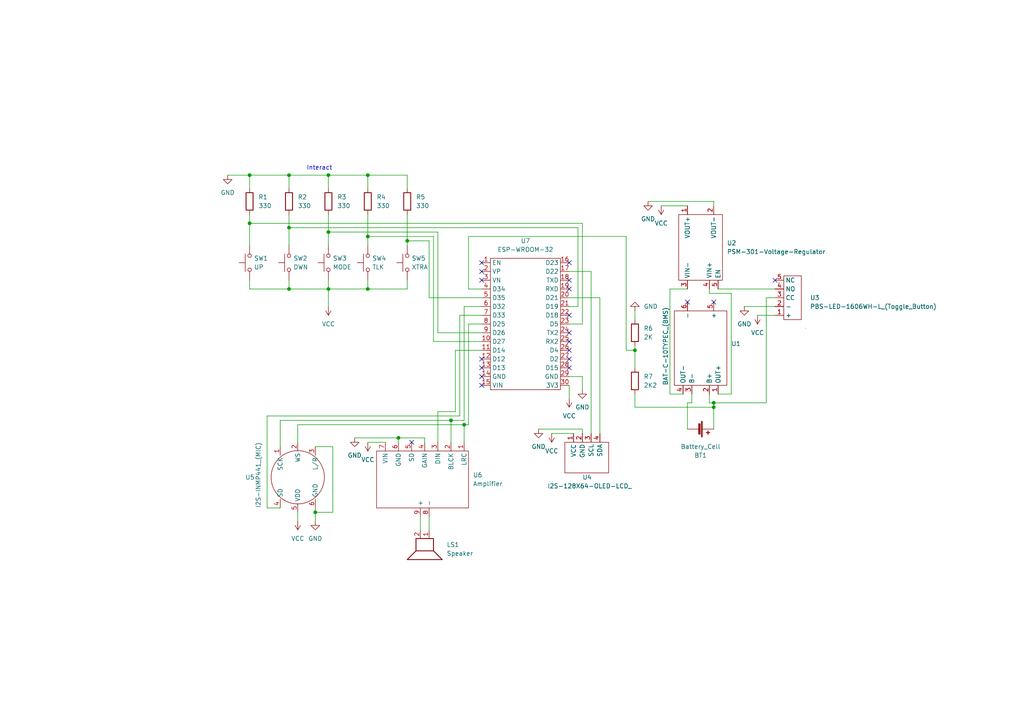
<source format=kicad_sch>
(kicad_sch (version 20211123) (generator eeschema)
  (paper "A4")
  (title_block (title "WalkieTalkie") (rev "1.0") (company "Node"))
  (lib_symbols
    (symbol "Device:Battery_Cell" (pin_numbers hide) (pin_names (offset 0) hide)
      (property "Reference" "BT" (at 2.54 2.54 0))
      (property "Value" "Battery_Cell" (at 2.54 0 0))
      (symbol "Battery_Cell_0_1"
        (rectangle (start -2.286 1.778) (end 2.286 1.524) (fill (type outline)))
        (rectangle (start -1.5748 1.1938) (end 1.4732 0.6858) (fill (type outline)))
        (polyline (pts (xy 0 0.762) (xy 0 0)))
        (polyline (pts (xy 0 1.778) (xy 0 2.54)))
        (polyline (pts (xy 0.508 3.429) (xy 1.524 3.429)) (stroke (width 0.254)))
        (polyline (pts (xy 1.016 3.937) (xy 1.016 2.921)) (stroke (width 0.254)))
      )
      (symbol "Battery_Cell_1_1"
        (pin passive line (at 0 5.08 270) (length 2.54) (name "+") (number "1"))
        (pin passive line (at 0 -2.54 90) (length 2.54) (name "-") (number "2"))
      )
    )
    (symbol "Device:R" (pin_numbers hide) (pin_names (offset 0))
      (property "Reference" "R" (at 2.032 0 90))
      (property "Value" "R" (at 0 0 90))
      (symbol "R_0_1"
        (rectangle (start -1.016 -2.54) (end 1.016 2.54) (stroke (width 0.254)))
      )
      (symbol "R_1_1"
        (pin passive line (at 0 3.81 270) (length 1.27) (name "~") (number "1"))
        (pin passive line (at 0 -3.81 90) (length 1.27) (name "~") (number "2"))
      )
    )
    (symbol "Device:Speaker" (pin_names (offset 0) hide)
      (property "Reference" "LS" (at 1.27 5.715 0))
      (property "Value" "Speaker" (at 1.27 3.81 0))
      (symbol "Speaker_0_0"
        (rectangle (start -2.54 1.27) (end 1.016 -3.81) (stroke (width 0.254)))
        (polyline (pts (xy 1.016 1.27) (xy 3.556 3.81) (xy 3.556 -6.35) (xy 1.016 -3.81)) (stroke (width 0.254)))
      )
      (symbol "Speaker_1_1"
        (pin input line (at -5.08 0 0) (length 2.54) (name "1") (number "1"))
        (pin input line (at -5.08 -2.54 0) (length 2.54) (name "2") (number "2"))
      )
    )
    (symbol "Switch:SW_Push" (pin_numbers hide) (pin_names (offset 1.016) hide)
      (property "Reference" "SW" (at 1.27 2.54 0))
      (property "Value" "SW_Push" (at 0 -1.524 0))
      (symbol "SW_Push_0_1"
        (circle (center -2.032 0) (radius 0.508))
        (polyline (pts (xy 0 1.27) (xy 0 3.048)))
        (polyline (pts (xy 2.54 1.27) (xy -2.54 1.27)))
        (circle (center 2.032 0) (radius 0.508))
        (pin passive line (at -5.08 0 0) (length 2.54) (name "1") (number "1"))
        (pin passive line (at 5.08 0 180) (length 2.54) (name "2") (number "2"))
      )
    )
    (symbol "Walkie-Talkie-Symbols-Remastered:Amplifier"
      (property "Reference" "U" (at 0 -19.05 0))
      (property "Value" "Amplifier" (at -7.62 8.89 0))
      (symbol "Amplifier_0_1"
        (rectangle (start -12.7 6.35) (end 13.97 -10.16))
      )
      (symbol "Amplifier_1_1"
        (pin input line (at -11.43 -12.7 90) (length 2.54) (name "LRC") (number "1"))
        (pin input line (at -7.62 -12.7 90) (length 2.54) (name "BLCK") (number "2"))
        (pin input line (at -3.81 -12.7 90) (length 2.54) (name "DIN") (number "3"))
        (pin input line (at 0 -12.7 90) (length 2.54) (name "GAIN") (number "4"))
        (pin input line (at 3.81 -12.7 90) (length 2.54) (name "SD") (number "5"))
        (pin power_in line (at 7.62 -12.7 90) (length 2.54) (name "GND") (number "6"))
        (pin power_in line (at 11.43 -12.7 90) (length 2.54) (name "VIN") (number "7"))
        (pin power_out line (at -1.27 8.89 270) (length 2.54) (name "-") (number "8"))
        (pin power_out line (at 1.27 8.89 270) (length 2.54) (name "+") (number "9"))
      )
    )
    (symbol "Walkie-Talkie-Symbols-Remastered:BAT-C-10TYPEC_(BMS)"
      (property "Reference" "U" (at 0 -12.7 0))
      (property "Value" "BAT-C-10TYPEC_(BMS)" (at 0 29.21 0))
      (symbol "BAT-C-10TYPEC_(BMS)_0_1"
        (rectangle (start -7.62 13.97) (end 7.62 -7.62))
      )
      (symbol "BAT-C-10TYPEC_(BMS)_1_1"
        (pin power_out line (at -5.08 16.51 270) (length 2.54) (name "OUT+") (number "1"))
        (pin power_out line (at -2.54 16.51 270) (length 2.54) (name "B+") (number "2"))
        (pin power_out line (at 2.54 16.51 270) (length 2.54) (name "B-") (number "3"))
        (pin power_out line (at 5.08 16.51 270) (length 2.54) (name "OUT-") (number "4"))
        (pin power_in line (at -3.81 -10.16 90) (length 2.54) (name "+") (number "5"))
        (pin power_in line (at 3.81 -10.16 90) (length 2.54) (name "-") (number "6"))
      )
    )
    (symbol "Walkie-Talkie-Symbols-Remastered:ESP-WROOM-32"
      (property "Reference" "U" (at 0 -25.4 0))
      (property "Value" "ESP-WROOM-32" (at 0 15.24 0))
      (symbol "ESP-WROOM-32_0_1"
        (rectangle (start -10.16 13.97) (end 10.16 -24.13))
      )
      (symbol "ESP-WROOM-32_1_1"
        (pin input line (at -12.7 12.7 0) (length 2.54) (name "EN") (number "1"))
        (pin bidirectional line (at -12.7 -10.16 0) (length 2.54) (name "D27") (number "10"))
        (pin bidirectional line (at -12.7 -12.7 0) (length 2.54) (name "D14") (number "11"))
        (pin bidirectional line (at -12.7 -15.24 0) (length 2.54) (name "D12") (number "12"))
        (pin bidirectional line (at -12.7 -17.78 0) (length 2.54) (name "D13") (number "13"))
        (pin power_in line (at -12.7 -20.32 0) (length 2.54) (name "GND") (number "14"))
        (pin power_in line (at -12.7 -22.86 0) (length 2.54) (name "VIN") (number "15"))
        (pin bidirectional line (at 12.7 12.7 180) (length 2.54) (name "D23") (number "16"))
        (pin bidirectional line (at 12.7 10.16 180) (length 2.54) (name "D22") (number "17"))
        (pin output line (at 12.7 7.62 180) (length 2.54) (name "TXD") (number "18"))
        (pin input line (at 12.7 5.08 180) (length 2.54) (name "RXD") (number "19"))
        (pin power_in line (at -12.7 10.16 0) (length 2.54) (name "VP") (number "2"))
        (pin bidirectional line (at 12.7 2.54 180) (length 2.54) (name "D21") (number "20"))
        (pin bidirectional line (at 12.7 0 180) (length 2.54) (name "D19") (number "21"))
        (pin bidirectional line (at 12.7 -2.54 180) (length 2.54) (name "D18") (number "22"))
        (pin bidirectional line (at 12.7 -5.08 180) (length 2.54) (name "D5") (number "23"))
        (pin output line (at 12.7 -7.62 180) (length 2.54) (name "TX2") (number "24"))
        (pin input line (at 12.7 -10.16 180) (length 2.54) (name "RX2") (number "25"))
        (pin bidirectional line (at 12.7 -12.7 180) (length 2.54) (name "D4") (number "26"))
        (pin bidirectional line (at 12.7 -15.24 180) (length 2.54) (name "D2") (number "27"))
        (pin bidirectional line (at 12.7 -17.78 180) (length 2.54) (name "D15") (number "28"))
        (pin bidirectional line (at 12.7 -20.32 180) (length 2.54) (name "GND") (number "29"))
        (pin power_in line (at -12.7 7.62 0) (length 2.54) (name "VN") (number "3"))
        (pin bidirectional line (at 12.7 -22.86 180) (length 2.54) (name "3V3") (number "30"))
        (pin bidirectional line (at -12.7 5.08 0) (length 2.54) (name "D34") (number "4"))
        (pin bidirectional line (at -12.7 2.54 0) (length 2.54) (name "D35") (number "5"))
        (pin bidirectional line (at -12.7 0 0) (length 2.54) (name "D32") (number "6"))
        (pin bidirectional line (at -12.7 -2.54 0) (length 2.54) (name "D33") (number "7"))
        (pin bidirectional line (at -12.7 -5.08 0) (length 2.54) (name "D25") (number "8"))
        (pin bidirectional line (at -12.7 -7.62 0) (length 2.54) (name "D26") (number "9"))
      )
    )
    (symbol "Walkie-Talkie-Symbols-Remastered:I2S-128X64-OLED-LCD_"
      (property "Reference" "U" (at 0 -2.54 0))
      (property "Value" "I2S-128X64-OLED-LCD_" (at 0 0 0))
      (symbol "I2S-128X64-OLED-LCD__0_1"
        (rectangle (start -6.35 10.16) (end 6.35 1.27))
      )
      (symbol "I2S-128X64-OLED-LCD__1_1"
        (pin power_in line (at -3.81 12.7 270) (length 2.54) (name "VCC") (number "1"))
        (pin power_in line (at -1.27 12.7 270) (length 2.54) (name "GND") (number "2"))
        (pin input line (at 1.27 12.7 270) (length 2.54) (name "SCL") (number "3"))
        (pin input line (at 3.81 12.7 270) (length 2.54) (name "SDA") (number "4"))
      )
    )
    (symbol "Walkie-Talkie-Symbols-Remastered:I2S-INMP441_(MIC)"
      (property "Reference" "U" (at 0 -24.13 0))
      (property "Value" "I2S-INMP441_(MIC)" (at 0 20.32 0))
      (symbol "I2S-INMP441_(MIC)_0_1"
        (circle (center 0 0) (radius 7.7251))
      )
      (symbol "I2S-INMP441_(MIC)_1_1"
        (pin input line (at -5.08 8.89 270) (length 2.54) (name "SCK") (number "1"))
        (pin output line (at 0 10.16 270) (length 2.54) (name "WS") (number "2"))
        (pin input line (at 5.08 8.89 270) (length 2.54) (name "L/R") (number "3"))
        (pin output line (at -5.08 -8.89 90) (length 2.54) (name "SD") (number "4"))
        (pin power_in line (at 0 -10.16 90) (length 2.54) (name "VDD") (number "5"))
        (pin power_in line (at 5.08 -8.89 90) (length 2.54) (name "GND") (number "6"))
      )
    )
    (symbol "Walkie-Talkie-Symbols-Remastered:PBS-LED-1606WH-L_(Toggle_Button)"
      (property "Reference" "U" (at 0 -6.35 0))
      (property "Value" "PBS-LED-1606WH-L_(Toggle_Button)" (at 0 -3.81 0))
      (symbol "PBS-LED-1606WH-L_(Toggle_Button)_0_1"
        (rectangle (start -8.89 -3.81) (end -8.89 -3.81))
        (rectangle (start -6.35 2.54) (end 6.35 -2.54))
      )
      (symbol "PBS-LED-1606WH-L_(Toggle_Button)_1_1"
        (pin power_in line (at -5.08 5.08 270) (length 2.54) (name "+") (number "1"))
        (pin power_in line (at -2.54 5.08 270) (length 2.54) (name "-") (number "2"))
        (pin power_in line (at 0 5.08 270) (length 2.54) (name "CC") (number "3"))
        (pin output line (at 2.54 5.08 270) (length 2.54) (name "NO") (number "4"))
        (pin output line (at 5.08 5.08 270) (length 2.54) (name "NC") (number "5"))
      )
    )
    (symbol "Walkie-Talkie-Symbols-Remastered:PSM-301-Voltage-Regulator"
      (property "Reference" "U" (at 0 -13.97 0))
      (property "Value" "PSM-301-Voltage-Regulator" (at 0 26.67 0))
      (symbol "PSM-301-Voltage-Regulator_0_1"
        (rectangle (start -6.35 10.16) (end 6.35 -8.89))
      )
      (symbol "PSM-301-Voltage-Regulator_1_1"
        (pin power_out line (at -3.81 12.7 270) (length 2.54) (name "VOUT+") (number "1"))
        (pin power_out line (at 3.81 12.7 270) (length 2.54) (name "VOUT-") (number "2"))
        (pin power_in line (at -3.81 -11.43 90) (length 2.54) (name "VIN-") (number "3"))
        (pin power_in line (at 2.54 -11.43 90) (length 2.54) (name "VIN+") (number "4"))
        (pin input line (at 5.08 -11.43 90) (length 2.54) (name "EN") (number "5"))
      )
    )
    (symbol "power:GND" (power) (pin_names (offset 0))
      (property "Value" "GND" (at 0 -3.81 0))
      (symbol "GND_0_1"
        (polyline (pts (xy 0 0) (xy 0 -1.27) (xy 1.27 -1.27) (xy 0 -2.54) (xy -1.27 -1.27) (xy 0 -1.27)))
      )
      (symbol "GND_1_1"
        (pin power_in line (at 0 0 270) (length 0) hide (name "GND") (number "1"))
      )
    )
    (symbol "power:VCC" (power) (pin_names (offset 0))
      (property "Value" "VCC" (at 0 3.81 0))
      (symbol "VCC_0_1"
        (polyline (pts (xy -0.762 1.27) (xy 0 2.54)))
        (polyline (pts (xy 0 0) (xy 0 2.54)))
        (polyline (pts (xy 0 2.54) (xy 0.762 1.27)))
      )
      (symbol "VCC_1_1"
        (pin power_in line (at 0 0 90) (length 0) hide (name "VCC") (number "1"))
      )
    )
  )
  (junction (at 95.25 83.82))
  (junction (at 130.81 121.92))
  (junction (at 83.82 83.82))
  (junction (at 83.82 66.04))
  (junction (at 106.68 83.82))
  (junction (at 207.01 118.11))
  (junction (at 83.82 50.8))
  (junction (at 72.39 50.8))
  (junction (at 115.57 127))
  (junction (at 91.44 148.59))
  (junction (at 95.25 50.8))
  (junction (at 118.11 69.85))
  (junction (at 106.68 68.58))
  (junction (at 184.15 101.6))
  (junction (at 134.62 123.19))
  (junction (at 95.25 67.31))
  (junction (at 207.01 116.84))
  (junction (at 106.68 50.8))
  (junction (at 72.39 64.77))
  (no_connect (at 165.1 81.28))
  (no_connect (at 139.7 81.28))
  (no_connect (at 207.01 87.63))
  (no_connect (at 165.1 96.52))
  (no_connect (at 139.7 106.68))
  (no_connect (at 165.1 83.82))
  (no_connect (at 119.38 128.27))
  (no_connect (at 139.7 104.14))
  (no_connect (at 139.7 78.74))
  (no_connect (at 165.1 76.2))
  (no_connect (at 139.7 111.76))
  (no_connect (at 165.1 99.06))
  (no_connect (at 165.1 91.44))
  (no_connect (at 199.39 87.63))
  (no_connect (at 165.1 106.68))
  (no_connect (at 165.1 104.14))
  (no_connect (at 139.7 76.2))
  (no_connect (at 165.1 101.6))
  (no_connect (at 139.7 109.22))
  (no_connect (at 224.79 81.28))
  (wire (pts (xy 207.01 118.11) (xy 207.01 124.46)))
  (wire (pts (xy 167.64 88.9) (xy 165.1 88.9)))
  (wire (pts (xy 191.77 59.69) (xy 199.39 59.69)))
  (wire (pts (xy 83.82 50.8) (xy 83.82 54.61)))
  (wire (pts (xy 115.57 127) (xy 102.87 127)))
  (wire (pts (xy 168.91 124.46) (xy 168.91 125.73)))
  (wire (pts (xy 171.45 125.73) (xy 171.45 78.74)))
  (wire (pts (xy 181.61 68.58) (xy 135.89 68.58)))
  (wire (pts (xy 72.39 64.77) (xy 168.91 64.77)))
  (wire (pts (xy 83.82 83.82) (xy 95.25 83.82)))
  (wire (pts (xy 77.47 147.32) (xy 77.47 120.65)))
  (wire (pts (xy 118.11 69.85) (xy 118.11 71.12)))
  (wire (pts (xy 165.1 111.76) (xy 165.1 115.57)))
  (wire (pts (xy 212.09 114.3) (xy 212.09 85.09)))
  (wire (pts (xy 95.25 83.82) (xy 95.25 88.9)))
  (wire (pts (xy 72.39 62.23) (xy 72.39 64.77)))
  (wire (pts (xy 173.99 86.36) (xy 173.99 125.73)))
  (wire (pts (xy 215.9 88.9) (xy 224.79 88.9)))
  (wire (pts (xy 135.89 93.98) (xy 135.89 123.19)))
  (wire (pts (xy 95.25 81.28) (xy 95.25 83.82)))
  (wire (pts (xy 125.73 99.06) (xy 139.7 99.06)))
  (wire (pts (xy 207.01 59.69) (xy 207.01 58.42)))
  (wire (pts (xy 198.12 114.3) (xy 194.31 114.3)))
  (wire (pts (xy 106.68 50.8) (xy 106.68 54.61)))
  (wire (pts (xy 123.19 127) (xy 115.57 127)))
  (wire (pts (xy 106.68 50.8) (xy 118.11 50.8)))
  (wire (pts (xy 130.81 121.92) (xy 130.81 128.27)))
  (wire (pts (xy 81.28 147.32) (xy 77.47 147.32)))
  (wire (pts (xy 124.46 86.36) (xy 139.7 86.36)))
  (wire (pts (xy 115.57 128.27) (xy 115.57 127)))
  (wire (pts (xy 222.25 116.84) (xy 222.25 86.36)))
  (wire (pts (xy 121.92 149.86) (xy 121.92 153.67)))
  (wire (pts (xy 208.28 83.82) (xy 224.79 83.82)))
  (wire (pts (xy 83.82 81.28) (xy 83.82 83.82)))
  (wire (pts (xy 106.68 68.58) (xy 125.73 68.58)))
  (wire (pts (xy 134.62 88.9) (xy 139.7 88.9)))
  (wire (pts (xy 219.71 91.44) (xy 224.79 91.44)))
  (wire (pts (xy 106.68 128.27) (xy 111.76 128.27)))
  (wire (pts (xy 181.61 101.6) (xy 181.61 68.58)))
  (wire (pts (xy 194.31 114.3) (xy 194.31 83.82)))
  (wire (pts (xy 95.25 67.31) (xy 95.25 71.12)))
  (wire (pts (xy 184.15 101.6) (xy 181.61 101.6)))
  (wire (pts (xy 91.44 148.59) (xy 91.44 151.13)))
  (wire (pts (xy 135.89 68.58) (xy 135.89 83.82)))
  (wire (pts (xy 124.46 149.86) (xy 124.46 153.67)))
  (wire (pts (xy 118.11 62.23) (xy 118.11 69.85)))
  (wire (pts (xy 160.02 125.73) (xy 166.37 125.73)))
  (wire (pts (xy 77.47 120.65) (xy 133.35 120.65)))
  (wire (pts (xy 106.68 83.82) (xy 95.25 83.82)))
  (wire (pts (xy 184.15 90.17) (xy 184.15 92.71)))
  (wire (pts (xy 130.81 121.92) (xy 134.62 121.92)))
  (wire (pts (xy 184.15 118.11) (xy 184.15 114.3)))
  (wire (pts (xy 81.28 121.92) (xy 130.81 121.92)))
  (wire (pts (xy 124.46 69.85) (xy 124.46 86.36)))
  (wire (pts (xy 133.35 120.65) (xy 133.35 91.44)))
  (wire (pts (xy 207.01 116.84) (xy 222.25 116.84)))
  (wire (pts (xy 173.99 86.36) (xy 165.1 86.36)))
  (wire (pts (xy 135.89 83.82) (xy 139.7 83.82)))
  (wire (pts (xy 127 96.52) (xy 139.7 96.52)))
  (wire (pts (xy 168.91 93.98) (xy 165.1 93.98)))
  (wire (pts (xy 86.36 148.59) (xy 86.36 151.13)))
  (wire (pts (xy 106.68 68.58) (xy 106.68 71.12)))
  (wire (pts (xy 83.82 62.23) (xy 83.82 66.04)))
  (wire (pts (xy 95.25 67.31) (xy 127 67.31)))
  (wire (pts (xy 168.91 64.77) (xy 168.91 93.98)))
  (wire (pts (xy 132.08 119.38) (xy 132.08 101.6)))
  (wire (pts (xy 83.82 66.04) (xy 167.64 66.04)))
  (wire (pts (xy 72.39 50.8) (xy 83.82 50.8)))
  (wire (pts (xy 83.82 50.8) (xy 95.25 50.8)))
  (wire (pts (xy 184.15 101.6) (xy 184.15 106.68)))
  (wire (pts (xy 96.52 148.59) (xy 96.52 129.54)))
  (wire (pts (xy 66.04 50.8) (xy 72.39 50.8)))
  (wire (pts (xy 95.25 50.8) (xy 106.68 50.8)))
  (wire (pts (xy 200.66 114.3) (xy 200.66 116.84)))
  (wire (pts (xy 95.25 62.23) (xy 95.25 67.31)))
  (wire (pts (xy 132.08 101.6) (xy 139.7 101.6)))
  (wire (pts (xy 212.09 85.09) (xy 205.74 85.09)))
  (wire (pts (xy 207.01 118.11) (xy 184.15 118.11)))
  (wire (pts (xy 135.89 93.98) (xy 139.7 93.98)))
  (wire (pts (xy 127 128.27) (xy 127 119.38)))
  (wire (pts (xy 199.39 116.84) (xy 200.66 116.84)))
  (wire (pts (xy 187.96 58.42) (xy 207.01 58.42)))
  (wire (pts (xy 199.39 124.46) (xy 199.39 116.84)))
  (wire (pts (xy 95.25 50.8) (xy 95.25 54.61)))
  (wire (pts (xy 156.21 124.46) (xy 168.91 124.46)))
  (wire (pts (xy 127 119.38) (xy 132.08 119.38)))
  (wire (pts (xy 106.68 62.23) (xy 106.68 68.58)))
  (wire (pts (xy 134.62 121.92) (xy 134.62 88.9)))
  (wire (pts (xy 118.11 81.28) (xy 118.11 83.82)))
  (wire (pts (xy 205.74 116.84) (xy 205.74 114.3)))
  (wire (pts (xy 168.91 109.22) (xy 168.91 113.03)))
  (wire (pts (xy 134.62 123.19) (xy 134.62 128.27)))
  (wire (pts (xy 208.28 114.3) (xy 212.09 114.3)))
  (wire (pts (xy 133.35 91.44) (xy 139.7 91.44)))
  (wire (pts (xy 125.73 68.58) (xy 125.73 99.06)))
  (wire (pts (xy 184.15 100.33) (xy 184.15 101.6)))
  (wire (pts (xy 118.11 50.8) (xy 118.11 54.61)))
  (wire (pts (xy 83.82 66.04) (xy 83.82 71.12)))
  (wire (pts (xy 207.01 116.84) (xy 207.01 118.11)))
  (wire (pts (xy 96.52 129.54) (xy 91.44 129.54)))
  (wire (pts (xy 86.36 128.27) (xy 86.36 123.19)))
  (wire (pts (xy 72.39 83.82) (xy 83.82 83.82)))
  (wire (pts (xy 123.19 128.27) (xy 123.19 127)))
  (wire (pts (xy 127 67.31) (xy 127 96.52)))
  (wire (pts (xy 194.31 83.82) (xy 199.39 83.82)))
  (wire (pts (xy 72.39 50.8) (xy 72.39 54.61)))
  (wire (pts (xy 72.39 64.77) (xy 72.39 71.12)))
  (wire (pts (xy 118.11 69.85) (xy 124.46 69.85)))
  (wire (pts (xy 167.64 66.04) (xy 167.64 88.9)))
  (wire (pts (xy 91.44 147.32) (xy 91.44 148.59)))
  (wire (pts (xy 165.1 109.22) (xy 168.91 109.22)))
  (wire (pts (xy 222.25 86.36) (xy 224.79 86.36)))
  (wire (pts (xy 118.11 83.82) (xy 106.68 83.82)))
  (wire (pts (xy 106.68 81.28) (xy 106.68 83.82)))
  (wire (pts (xy 134.62 123.19) (xy 135.89 123.19)))
  (wire (pts (xy 81.28 129.54) (xy 81.28 121.92)))
  (wire (pts (xy 72.39 81.28) (xy 72.39 83.82)))
  (wire (pts (xy 86.36 123.19) (xy 134.62 123.19)))
  (wire (pts (xy 205.74 85.09) (xy 205.74 83.82)))
  (wire (pts (xy 171.45 78.74) (xy 165.1 78.74)))
  (wire (pts (xy 207.01 116.84) (xy 205.74 116.84)))
  (wire (pts (xy 91.44 148.59) (xy 96.52 148.59)))
  (text "Interact\n" (at 88.9 49.53 0) (effects (font (size 1.27 1.27)) (justify left bottom)))
  (symbol (lib_id "power:GND") (at 187.96 58.42 0) (unit 1)
    (property "Reference" "#PWR0106" (effects hide))
    (property "Value" "GND" (at 187.96 63.5 0))
  )
  (symbol (lib_id "Switch:SW_Push") (at 106.68 76.2 90) (unit 1)
    (property "Reference" "SW4" (at 107.95 74.93 90) (effects (justify right)))
    (property "Value" "TLK" (at 107.95 77.4699 90) (effects (justify right)))
    (property "Footprint" "ESP32-Walkie-Talkie-Footprints-Remaster:PUSH-BUTTON-CONTACTS" (effects hide))
  )
  (symbol (lib_id "Switch:SW_Push") (at 95.25 76.2 90) (unit 1)
    (property "Reference" "SW3" (at 96.52 74.9299 90) (effects (justify right)))
    (property "Value" "MODE" (at 96.52 77.4699 90) (effects (justify right)))
    (property "Footprint" "ESP32-Walkie-Talkie-Footprints-Remaster:PUSH-BUTTON-CONTACTS" (effects hide))
  )
  (symbol (lib_id "power:GND") (at 156.21 124.46 0) (unit 1)
    (property "Reference" "#PWR05" (effects hide))
    (property "Value" "GND" (at 156.21 129.54 0))
  )
  (symbol (lib_id "power:VCC") (at 86.36 151.13 180) (unit 1)
    (property "Reference" "#PWR01" (effects hide))
    (property "Value" "VCC" (at 86.36 156.21 0))
  )
  (symbol (lib_id "Walkie-Talkie-Symbols-Remastered:I2S-INMP441_(MIC)") (at 86.36 138.43 0) (unit 1)
    (property "Reference" "U5" (at 71.12 138.43 0) (effects (justify left)))
    (property "Value" "I2S-INMP441_(MIC)" (at 74.93 147.32 90) (effects (justify left)))
    (property "Footprint" "ESP32-Walkie-Talkie-Footprints-Remaster:I2SINMP441-MIC" (effects hide))
  )
  (symbol (lib_id "Device:R") (at 184.15 110.49 0) (unit 1)
    (property "Reference" "R7" (at 186.69 109.2199 0) (effects (justify left)))
    (property "Value" "2K2" (at 186.69 111.7599 0) (effects (justify left)))
    (property "Footprint" "Resistor_THT:R_Axial_DIN0207_L6.3mm_D2.5mm_P10.16mm_Horizontal" (effects hide))
  )
  (symbol (lib_id "power:GND") (at 215.9 88.9 0) (unit 1)
    (property "Reference" "#PWR08" (effects hide))
    (property "Value" "GND" (at 215.9 93.98 0))
  )
  (symbol (lib_id "power:GND") (at 102.87 127 0) (unit 1)
    (property "Reference" "#PWR03" (effects hide))
    (property "Value" "GND" (at 102.87 132.08 0))
  )
  (symbol (lib_id "Switch:SW_Push") (at 72.39 76.2 90) (unit 1)
    (property "Reference" "SW1" (at 73.66 74.9299 90) (effects (justify right)))
    (property "Value" "UP" (at 73.66 77.4699 90) (effects (justify right)))
    (property "Footprint" "ESP32-Walkie-Talkie-Footprints-Remaster:PUSH-BUTTON-CONTACTS" (effects hide))
  )
  (symbol (lib_id "power:GND") (at 168.91 113.03 0) (unit 1)
    (property "Reference" "#PWR011" (effects hide))
    (property "Value" "GND" (at 168.91 118.11 0))
  )
  (symbol (lib_id "Switch:SW_Push") (at 83.82 76.2 90) (unit 1)
    (property "Reference" "SW2" (at 85.09 74.9299 90) (effects (justify right)))
    (property "Value" "DWN" (at 85.09 77.4699 90) (effects (justify right)))
    (property "Footprint" "ESP32-Walkie-Talkie-Footprints-Remaster:PUSH-BUTTON-CONTACTS" (effects hide))
  )
  (symbol (lib_id "power:VCC") (at 191.77 59.69 180) (unit 1)
    (property "Reference" "#PWR0105" (effects hide))
    (property "Value" "VCC" (at 191.77 64.77 0))
  )
  (symbol (lib_id "Device:Battery_Cell") (at 201.93 124.46 270) (unit 1)
    (property "Reference" "BT1" (at 203.2 132.08 90))
    (property "Value" "Battery_Cell" (at 203.2 129.54 90))
    (property "Footprint" "ESP32-Walkie-Talkie-Footprints-Remaster:BATTERY-CONTACTS" (effects hide))
  )
  (symbol (lib_id "Device:R") (at 83.82 58.42 0) (unit 1)
    (property "Reference" "R2" (at 86.36 57.1499 0) (effects (justify left)))
    (property "Value" "330" (at 86.36 59.6899 0) (effects (justify left)))
    (property "Footprint" "Resistor_THT:R_Axial_DIN0207_L6.3mm_D2.5mm_P10.16mm_Horizontal" (effects hide))
  )
  (symbol (lib_id "Device:R") (at 95.25 58.42 0) (unit 1)
    (property "Reference" "R3" (at 97.79 57.1499 0) (effects (justify left)))
    (property "Value" "330" (at 97.79 59.6899 0) (effects (justify left)))
    (property "Footprint" "Resistor_THT:R_Axial_DIN0207_L6.3mm_D2.5mm_P10.16mm_Horizontal" (effects hide))
  )
  (symbol (lib_id "power:VCC") (at 106.68 128.27 180) (unit 1)
    (property "Reference" "#PWR04" (effects hide))
    (property "Value" "VCC" (at 106.68 133.35 0))
  )
  (symbol (lib_id "Device:R") (at 118.11 58.42 0) (unit 1)
    (property "Reference" "R5" (at 120.65 57.1499 0) (effects (justify left)))
    (property "Value" "330" (at 120.65 59.6899 0) (effects (justify left)))
    (property "Footprint" "Resistor_THT:R_Axial_DIN0207_L6.3mm_D2.5mm_P10.16mm_Horizontal" (effects hide))
  )
  (symbol (lib_id "Switch:SW_Push") (at 118.11 76.2 90) (unit 1)
    (property "Reference" "SW5" (at 119.38 74.9299 90) (effects (justify right)))
    (property "Value" "XTRA" (at 119.38 77.4699 90) (effects (justify right)))
    (property "Footprint" "ESP32-Walkie-Talkie-Footprints-Remaster:PUSH-BUTTON-CONTACTS" (effects hide))
  )
  (symbol (lib_id "Device:R") (at 184.15 96.52 0) (unit 1)
    (property "Reference" "R6" (at 186.69 95.2499 0) (effects (justify left)))
    (property "Value" "2K" (at 186.69 97.7899 0) (effects (justify left)))
    (property "Footprint" "Resistor_THT:R_Axial_DIN0207_L6.3mm_D2.5mm_P10.16mm_Horizontal" (effects hide))
  )
  (symbol (lib_id "Device:Speaker") (at 124.46 158.75 270) (unit 1)
    (property "Reference" "LS1" (at 129.54 157.9879 90) (effects (justify left)))
    (property "Value" "Speaker" (at 129.54 160.5279 90) (effects (justify left)))
    (property "Footprint" "ESP32-Walkie-Talkie-Footprints-Remaster:SPEAKER" (effects hide))
  )
  (symbol (lib_id "power:GND") (at 66.04 50.8 0) (unit 1)
    (property "Reference" "#PWR0114" (effects hide))
    (property "Value" "GND" (at 66.04 55.88 0))
  )
  (symbol (lib_id "Walkie-Talkie-Symbols-Remastered:PBS-LED-1606WH-L_(Toggle_Button)") (at 229.87 86.36 90) (unit 1)
    (property "Reference" "U3" (at 234.95 86.3599 90) (effects (justify right)))
    (property "Value" "PBS-LED-1606WH-L_(Toggle_Button)" (at 234.95 88.8999 90) (effects (justify right)))
    (property "Footprint" "ESP32-Walkie-Talkie-Footprints-Remaster:PBS-LED-1606WH-L-Toggle-Switch" (effects hide))
  )
  (symbol (lib_id "power:VCC") (at 165.1 115.57 180) (unit 1)
    (property "Reference" "#PWR010" (effects hide))
    (property "Value" "VCC" (at 165.1 120.65 0))
  )
  (symbol (lib_id "Walkie-Talkie-Symbols-Remastered:BAT-C-10TYPEC_(BMS)") (at 203.2 97.79 180) (unit 1)
    (property "Reference" "U1" (at 212.09 99.6949 0) (effects (justify right)))
    (property "Value" "BAT-C-10TYPEC_(BMS)" (at 193.04 111.76 90) (effects (justify right)))
    (property "Footprint" "ESP32-Walkie-Talkie-Footprints-Remaster:BAT-C-10TYPEC-BMS" (effects hide))
  )
  (symbol (lib_id "Device:R") (at 106.68 58.42 0) (unit 1)
    (property "Reference" "R4" (at 109.22 57.1499 0) (effects (justify left)))
    (property "Value" "330" (at 109.22 59.6899 0) (effects (justify left)))
    (property "Footprint" "Resistor_THT:R_Axial_DIN0207_L6.3mm_D2.5mm_P10.16mm_Horizontal" (effects hide))
  )
  (symbol (lib_id "power:VCC") (at 160.02 125.73 180) (unit 1)
    (property "Reference" "#PWR06" (effects hide))
    (property "Value" "VCC" (at 160.02 130.81 0))
  )
  (symbol (lib_id "power:GND") (at 91.44 151.13 0) (unit 1)
    (property "Reference" "#PWR02" (effects hide))
    (property "Value" "GND" (at 91.44 156.21 0))
  )
  (symbol (lib_id "Walkie-Talkie-Symbols-Remastered:Amplifier") (at 123.19 140.97 180) (unit 1)
    (property "Reference" "U6" (at 137.16 137.7949 0) (effects (justify right)))
    (property "Value" "Amplifier" (at 137.16 140.3349 0) (effects (justify right)))
    (property "Footprint" "ESP32-Walkie-Talkie-Footprints-Remaster:Amplifier" (effects hide))
  )
  (symbol (lib_id "Walkie-Talkie-Symbols-Remastered:ESP-WROOM-32") (at 152.4 88.9 0) (unit 1)
    (property "Reference" "U7" (at 152.4 69.85 0))
    (property "Value" "ESP-WROOM-32" (at 152.4 72.39 0))
    (property "Footprint" "esp32_devkit_v1_doit:esp32_devkit_v1_doit" (effects hide))
  )
  (symbol (lib_id "power:VCC") (at 95.25 88.9 180) (unit 1)
    (property "Reference" "#PWR0111" (effects hide))
    (property "Value" "VCC" (at 95.25 93.98 0))
  )
  (symbol (lib_id "Device:R") (at 72.39 58.42 0) (unit 1)
    (property "Reference" "R1" (at 74.93 57.1499 0) (effects (justify left)))
    (property "Value" "330" (at 74.93 59.6899 0) (effects (justify left)))
    (property "Footprint" "Resistor_THT:R_Axial_DIN0207_L6.3mm_D2.5mm_P10.16mm_Horizontal" (effects hide))
  )
  (symbol (lib_id "power:VCC") (at 219.71 91.44 180) (unit 1)
    (property "Reference" "#PWR09" (effects hide))
    (property "Value" "VCC" (at 219.71 96.52 0))
  )
  (symbol (lib_id "power:GND") (at 184.15 90.17 180) (unit 1)
    (property "Reference" "#PWR07" (effects hide))
    (property "Value" "GND" (at 186.69 88.8999 0) (effects (justify right)))
  )
  (symbol (lib_id "Walkie-Talkie-Symbols-Remastered:I2S-128X64-OLED-LCD_") (at 170.18 138.43 0) (unit 1)
    (property "Reference" "U4" (at 168.91 138.43 0) (effects (justify left)))
    (property "Value" "I2S-128X64-OLED-LCD_" (at 158.75 140.97 0) (effects (justify left)))
    (property "Footprint" "ESP32-Walkie-Talkie-Footprints-Remaster:I2S-128x64-OLED-LCD" (effects hide))
  )
  (symbol (lib_id "Walkie-Talkie-Symbols-Remastered:PSM-301-Voltage-Regulator") (at 203.2 72.39 0) (unit 1)
    (property "Reference" "U2" (at 210.82 70.4849 0) (effects (justify left)))
    (property "Value" "PSM-301-Voltage-Regulator" (at 210.82 73.0249 0) (effects (justify left)))
    (property "Footprint" "ESP32-Walkie-Talkie-Footprints-Remaster:PSM-301-Voltage-Regulator" (effects hide))
  )
)
</source>
